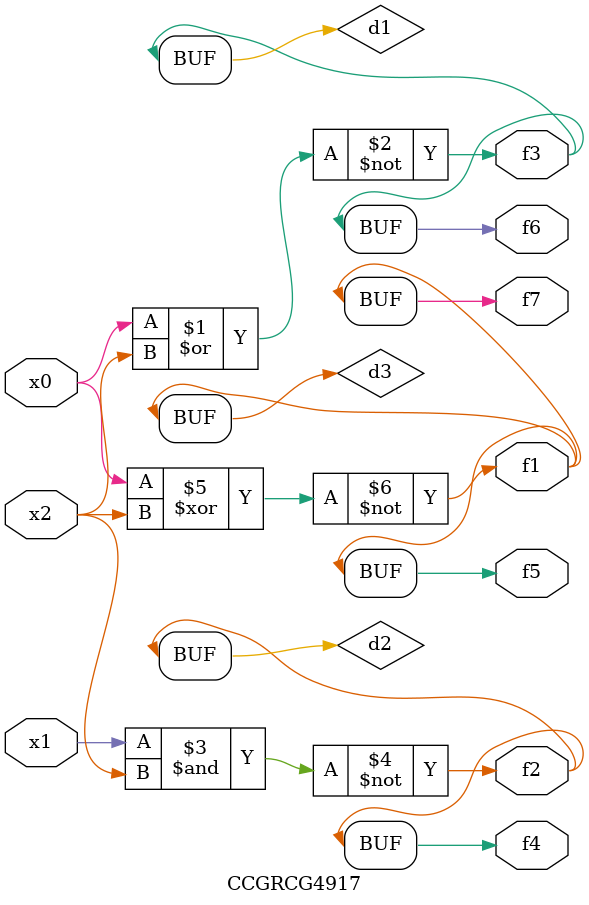
<source format=v>
module CCGRCG4917(
	input x0, x1, x2,
	output f1, f2, f3, f4, f5, f6, f7
);

	wire d1, d2, d3;

	nor (d1, x0, x2);
	nand (d2, x1, x2);
	xnor (d3, x0, x2);
	assign f1 = d3;
	assign f2 = d2;
	assign f3 = d1;
	assign f4 = d2;
	assign f5 = d3;
	assign f6 = d1;
	assign f7 = d3;
endmodule

</source>
